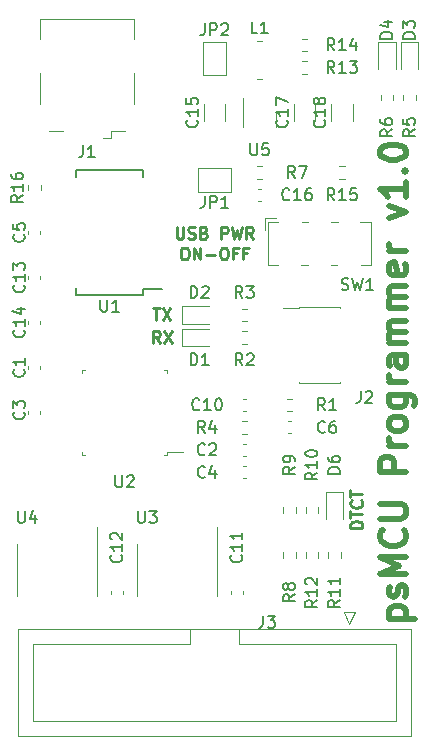
<source format=gbr>
%TF.GenerationSoftware,KiCad,Pcbnew,(5.1.9)-1*%
%TF.CreationDate,2021-05-31T10:48:54+02:00*%
%TF.ProjectId,Programmer,50726f67-7261-46d6-9d65-722e6b696361,v1.0*%
%TF.SameCoordinates,Original*%
%TF.FileFunction,Legend,Top*%
%TF.FilePolarity,Positive*%
%FSLAX46Y46*%
G04 Gerber Fmt 4.6, Leading zero omitted, Abs format (unit mm)*
G04 Created by KiCad (PCBNEW (5.1.9)-1) date 2021-05-31 10:48:54*
%MOMM*%
%LPD*%
G01*
G04 APERTURE LIST*
%ADD10C,0.550000*%
%ADD11C,0.250000*%
%ADD12C,0.120000*%
%ADD13C,0.150000*%
G04 APERTURE END LIST*
D10*
X162088571Y-117799523D02*
X164288571Y-117799523D01*
X162193333Y-117799523D02*
X162088571Y-117590000D01*
X162088571Y-117170952D01*
X162193333Y-116961428D01*
X162298095Y-116856666D01*
X162507619Y-116751904D01*
X163136190Y-116751904D01*
X163345714Y-116856666D01*
X163450476Y-116961428D01*
X163555238Y-117170952D01*
X163555238Y-117590000D01*
X163450476Y-117799523D01*
X163450476Y-115913809D02*
X163555238Y-115704285D01*
X163555238Y-115285238D01*
X163450476Y-115075714D01*
X163240952Y-114970952D01*
X163136190Y-114970952D01*
X162926666Y-115075714D01*
X162821904Y-115285238D01*
X162821904Y-115599523D01*
X162717142Y-115809047D01*
X162507619Y-115913809D01*
X162402857Y-115913809D01*
X162193333Y-115809047D01*
X162088571Y-115599523D01*
X162088571Y-115285238D01*
X162193333Y-115075714D01*
X163555238Y-114028095D02*
X161355238Y-114028095D01*
X162926666Y-113294761D01*
X161355238Y-112561428D01*
X163555238Y-112561428D01*
X163345714Y-110256666D02*
X163450476Y-110361428D01*
X163555238Y-110675714D01*
X163555238Y-110885238D01*
X163450476Y-111199523D01*
X163240952Y-111409047D01*
X163031428Y-111513809D01*
X162612380Y-111618571D01*
X162298095Y-111618571D01*
X161879047Y-111513809D01*
X161669523Y-111409047D01*
X161460000Y-111199523D01*
X161355238Y-110885238D01*
X161355238Y-110675714D01*
X161460000Y-110361428D01*
X161564761Y-110256666D01*
X161355238Y-109313809D02*
X163136190Y-109313809D01*
X163345714Y-109209047D01*
X163450476Y-109104285D01*
X163555238Y-108894761D01*
X163555238Y-108475714D01*
X163450476Y-108266190D01*
X163345714Y-108161428D01*
X163136190Y-108056666D01*
X161355238Y-108056666D01*
X163555238Y-105332857D02*
X161355238Y-105332857D01*
X161355238Y-104494761D01*
X161460000Y-104285238D01*
X161564761Y-104180476D01*
X161774285Y-104075714D01*
X162088571Y-104075714D01*
X162298095Y-104180476D01*
X162402857Y-104285238D01*
X162507619Y-104494761D01*
X162507619Y-105332857D01*
X163555238Y-103132857D02*
X162088571Y-103132857D01*
X162507619Y-103132857D02*
X162298095Y-103028095D01*
X162193333Y-102923333D01*
X162088571Y-102713809D01*
X162088571Y-102504285D01*
X163555238Y-101456666D02*
X163450476Y-101666190D01*
X163345714Y-101770952D01*
X163136190Y-101875714D01*
X162507619Y-101875714D01*
X162298095Y-101770952D01*
X162193333Y-101666190D01*
X162088571Y-101456666D01*
X162088571Y-101142380D01*
X162193333Y-100932857D01*
X162298095Y-100828095D01*
X162507619Y-100723333D01*
X163136190Y-100723333D01*
X163345714Y-100828095D01*
X163450476Y-100932857D01*
X163555238Y-101142380D01*
X163555238Y-101456666D01*
X162088571Y-98837619D02*
X163869523Y-98837619D01*
X164079047Y-98942380D01*
X164183809Y-99047142D01*
X164288571Y-99256666D01*
X164288571Y-99570952D01*
X164183809Y-99780476D01*
X163450476Y-98837619D02*
X163555238Y-99047142D01*
X163555238Y-99466190D01*
X163450476Y-99675714D01*
X163345714Y-99780476D01*
X163136190Y-99885238D01*
X162507619Y-99885238D01*
X162298095Y-99780476D01*
X162193333Y-99675714D01*
X162088571Y-99466190D01*
X162088571Y-99047142D01*
X162193333Y-98837619D01*
X163555238Y-97790000D02*
X162088571Y-97790000D01*
X162507619Y-97790000D02*
X162298095Y-97685238D01*
X162193333Y-97580476D01*
X162088571Y-97370952D01*
X162088571Y-97161428D01*
X163555238Y-95485238D02*
X162402857Y-95485238D01*
X162193333Y-95590000D01*
X162088571Y-95799523D01*
X162088571Y-96218571D01*
X162193333Y-96428095D01*
X163450476Y-95485238D02*
X163555238Y-95694761D01*
X163555238Y-96218571D01*
X163450476Y-96428095D01*
X163240952Y-96532857D01*
X163031428Y-96532857D01*
X162821904Y-96428095D01*
X162717142Y-96218571D01*
X162717142Y-95694761D01*
X162612380Y-95485238D01*
X163555238Y-94437619D02*
X162088571Y-94437619D01*
X162298095Y-94437619D02*
X162193333Y-94332857D01*
X162088571Y-94123333D01*
X162088571Y-93809047D01*
X162193333Y-93599523D01*
X162402857Y-93494761D01*
X163555238Y-93494761D01*
X162402857Y-93494761D02*
X162193333Y-93390000D01*
X162088571Y-93180476D01*
X162088571Y-92866190D01*
X162193333Y-92656666D01*
X162402857Y-92551904D01*
X163555238Y-92551904D01*
X163555238Y-91504285D02*
X162088571Y-91504285D01*
X162298095Y-91504285D02*
X162193333Y-91399523D01*
X162088571Y-91190000D01*
X162088571Y-90875714D01*
X162193333Y-90666190D01*
X162402857Y-90561428D01*
X163555238Y-90561428D01*
X162402857Y-90561428D02*
X162193333Y-90456666D01*
X162088571Y-90247142D01*
X162088571Y-89932857D01*
X162193333Y-89723333D01*
X162402857Y-89618571D01*
X163555238Y-89618571D01*
X163450476Y-87732857D02*
X163555238Y-87942380D01*
X163555238Y-88361428D01*
X163450476Y-88570952D01*
X163240952Y-88675714D01*
X162402857Y-88675714D01*
X162193333Y-88570952D01*
X162088571Y-88361428D01*
X162088571Y-87942380D01*
X162193333Y-87732857D01*
X162402857Y-87628095D01*
X162612380Y-87628095D01*
X162821904Y-88675714D01*
X163555238Y-86685238D02*
X162088571Y-86685238D01*
X162507619Y-86685238D02*
X162298095Y-86580476D01*
X162193333Y-86475714D01*
X162088571Y-86266190D01*
X162088571Y-86056666D01*
X162088571Y-83856666D02*
X163555238Y-83332857D01*
X162088571Y-82809047D01*
X163555238Y-80818571D02*
X163555238Y-82075714D01*
X163555238Y-81447142D02*
X161355238Y-81447142D01*
X161669523Y-81656666D01*
X161879047Y-81866190D01*
X161983809Y-82075714D01*
X163345714Y-79875714D02*
X163450476Y-79770952D01*
X163555238Y-79875714D01*
X163450476Y-79980476D01*
X163345714Y-79875714D01*
X163555238Y-79875714D01*
X161355238Y-78409047D02*
X161355238Y-78199523D01*
X161460000Y-77990000D01*
X161564761Y-77885238D01*
X161774285Y-77780476D01*
X162193333Y-77675714D01*
X162717142Y-77675714D01*
X163136190Y-77780476D01*
X163345714Y-77885238D01*
X163450476Y-77990000D01*
X163555238Y-78199523D01*
X163555238Y-78409047D01*
X163450476Y-78618571D01*
X163345714Y-78723333D01*
X163136190Y-78828095D01*
X162717142Y-78932857D01*
X162193333Y-78932857D01*
X161774285Y-78828095D01*
X161564761Y-78723333D01*
X161460000Y-78618571D01*
X161355238Y-78409047D01*
D11*
X144105714Y-84619880D02*
X144105714Y-85429404D01*
X144153333Y-85524642D01*
X144200952Y-85572261D01*
X144296190Y-85619880D01*
X144486666Y-85619880D01*
X144581904Y-85572261D01*
X144629523Y-85524642D01*
X144677142Y-85429404D01*
X144677142Y-84619880D01*
X145105714Y-85572261D02*
X145248571Y-85619880D01*
X145486666Y-85619880D01*
X145581904Y-85572261D01*
X145629523Y-85524642D01*
X145677142Y-85429404D01*
X145677142Y-85334166D01*
X145629523Y-85238928D01*
X145581904Y-85191309D01*
X145486666Y-85143690D01*
X145296190Y-85096071D01*
X145200952Y-85048452D01*
X145153333Y-85000833D01*
X145105714Y-84905595D01*
X145105714Y-84810357D01*
X145153333Y-84715119D01*
X145200952Y-84667500D01*
X145296190Y-84619880D01*
X145534285Y-84619880D01*
X145677142Y-84667500D01*
X146439047Y-85096071D02*
X146581904Y-85143690D01*
X146629523Y-85191309D01*
X146677142Y-85286547D01*
X146677142Y-85429404D01*
X146629523Y-85524642D01*
X146581904Y-85572261D01*
X146486666Y-85619880D01*
X146105714Y-85619880D01*
X146105714Y-84619880D01*
X146439047Y-84619880D01*
X146534285Y-84667500D01*
X146581904Y-84715119D01*
X146629523Y-84810357D01*
X146629523Y-84905595D01*
X146581904Y-85000833D01*
X146534285Y-85048452D01*
X146439047Y-85096071D01*
X146105714Y-85096071D01*
X147867619Y-85619880D02*
X147867619Y-84619880D01*
X148248571Y-84619880D01*
X148343809Y-84667500D01*
X148391428Y-84715119D01*
X148439047Y-84810357D01*
X148439047Y-84953214D01*
X148391428Y-85048452D01*
X148343809Y-85096071D01*
X148248571Y-85143690D01*
X147867619Y-85143690D01*
X148772380Y-84619880D02*
X149010476Y-85619880D01*
X149200952Y-84905595D01*
X149391428Y-85619880D01*
X149629523Y-84619880D01*
X150581904Y-85619880D02*
X150248571Y-85143690D01*
X150010476Y-85619880D02*
X150010476Y-84619880D01*
X150391428Y-84619880D01*
X150486666Y-84667500D01*
X150534285Y-84715119D01*
X150581904Y-84810357D01*
X150581904Y-84953214D01*
X150534285Y-85048452D01*
X150486666Y-85096071D01*
X150391428Y-85143690D01*
X150010476Y-85143690D01*
X144700952Y-86369880D02*
X144891428Y-86369880D01*
X144986666Y-86417500D01*
X145081904Y-86512738D01*
X145129523Y-86703214D01*
X145129523Y-87036547D01*
X145081904Y-87227023D01*
X144986666Y-87322261D01*
X144891428Y-87369880D01*
X144700952Y-87369880D01*
X144605714Y-87322261D01*
X144510476Y-87227023D01*
X144462857Y-87036547D01*
X144462857Y-86703214D01*
X144510476Y-86512738D01*
X144605714Y-86417500D01*
X144700952Y-86369880D01*
X145558095Y-87369880D02*
X145558095Y-86369880D01*
X146129523Y-87369880D01*
X146129523Y-86369880D01*
X146605714Y-86988928D02*
X147367619Y-86988928D01*
X148034285Y-86369880D02*
X148224761Y-86369880D01*
X148320000Y-86417500D01*
X148415238Y-86512738D01*
X148462857Y-86703214D01*
X148462857Y-87036547D01*
X148415238Y-87227023D01*
X148320000Y-87322261D01*
X148224761Y-87369880D01*
X148034285Y-87369880D01*
X147939047Y-87322261D01*
X147843809Y-87227023D01*
X147796190Y-87036547D01*
X147796190Y-86703214D01*
X147843809Y-86512738D01*
X147939047Y-86417500D01*
X148034285Y-86369880D01*
X149224761Y-86846071D02*
X148891428Y-86846071D01*
X148891428Y-87369880D02*
X148891428Y-86369880D01*
X149367619Y-86369880D01*
X150081904Y-86846071D02*
X149748571Y-86846071D01*
X149748571Y-87369880D02*
X149748571Y-86369880D01*
X150224761Y-86369880D01*
X142708333Y-94432380D02*
X142375000Y-93956190D01*
X142136904Y-94432380D02*
X142136904Y-93432380D01*
X142517857Y-93432380D01*
X142613095Y-93480000D01*
X142660714Y-93527619D01*
X142708333Y-93622857D01*
X142708333Y-93765714D01*
X142660714Y-93860952D01*
X142613095Y-93908571D01*
X142517857Y-93956190D01*
X142136904Y-93956190D01*
X143041666Y-93432380D02*
X143708333Y-94432380D01*
X143708333Y-93432380D02*
X143041666Y-94432380D01*
X142113095Y-91527380D02*
X142684523Y-91527380D01*
X142398809Y-92527380D02*
X142398809Y-91527380D01*
X142922619Y-91527380D02*
X143589285Y-92527380D01*
X143589285Y-91527380D02*
X142922619Y-92527380D01*
X159837380Y-110108809D02*
X158837380Y-110108809D01*
X158837380Y-109870714D01*
X158885000Y-109727857D01*
X158980238Y-109632619D01*
X159075476Y-109585000D01*
X159265952Y-109537380D01*
X159408809Y-109537380D01*
X159599285Y-109585000D01*
X159694523Y-109632619D01*
X159789761Y-109727857D01*
X159837380Y-109870714D01*
X159837380Y-110108809D01*
X158837380Y-109251666D02*
X158837380Y-108680238D01*
X159837380Y-108965952D02*
X158837380Y-108965952D01*
X159742142Y-107775476D02*
X159789761Y-107823095D01*
X159837380Y-107965952D01*
X159837380Y-108061190D01*
X159789761Y-108204047D01*
X159694523Y-108299285D01*
X159599285Y-108346904D01*
X159408809Y-108394523D01*
X159265952Y-108394523D01*
X159075476Y-108346904D01*
X158980238Y-108299285D01*
X158885000Y-108204047D01*
X158837380Y-108061190D01*
X158837380Y-107965952D01*
X158885000Y-107823095D01*
X158932619Y-107775476D01*
X158837380Y-107489761D02*
X158837380Y-106918333D01*
X159837380Y-107204047D02*
X158837380Y-107204047D01*
D12*
%TO.C,C18*%
X159025000Y-75641252D02*
X159025000Y-74218748D01*
X157205000Y-75641252D02*
X157205000Y-74218748D01*
%TO.C,C17*%
X155850000Y-75641252D02*
X155850000Y-74218748D01*
X154030000Y-75641252D02*
X154030000Y-74218748D01*
%TO.C,C15*%
X148230000Y-75641252D02*
X148230000Y-74218748D01*
X146410000Y-75641252D02*
X146410000Y-74218748D01*
%TO.C,R1*%
X153907258Y-99172500D02*
X153432742Y-99172500D01*
X153907258Y-100217500D02*
X153432742Y-100217500D01*
%TO.C,C10*%
X149719420Y-100205000D02*
X150000580Y-100205000D01*
X149719420Y-99185000D02*
X150000580Y-99185000D01*
%TO.C,U2*%
X136390000Y-96720000D02*
X136090000Y-96720000D01*
X136090000Y-96720000D02*
X136090000Y-97020000D01*
X143010000Y-96720000D02*
X143310000Y-96720000D01*
X143310000Y-96720000D02*
X143310000Y-97020000D01*
X136390000Y-103940000D02*
X136090000Y-103940000D01*
X136090000Y-103940000D02*
X136090000Y-103640000D01*
X143010000Y-103940000D02*
X143310000Y-103940000D01*
X143310000Y-103940000D02*
X143310000Y-103640000D01*
X143310000Y-103640000D02*
X144625000Y-103640000D01*
%TO.C,J2*%
X157975000Y-97785000D02*
X157975000Y-97850000D01*
X154445000Y-97785000D02*
X154445000Y-97850000D01*
X157975000Y-91380000D02*
X157975000Y-91445000D01*
X154445000Y-91380000D02*
X154445000Y-91445000D01*
X153120000Y-91445000D02*
X154445000Y-91445000D01*
X154445000Y-97850000D02*
X157975000Y-97850000D01*
X154445000Y-91380000D02*
X157975000Y-91380000D01*
%TO.C,C6*%
X153810580Y-102110000D02*
X153529420Y-102110000D01*
X153810580Y-101090000D02*
X153529420Y-101090000D01*
%TO.C,C4*%
X149719420Y-104900000D02*
X150000580Y-104900000D01*
X149719420Y-105920000D02*
X150000580Y-105920000D01*
%TO.C,C3*%
X132590000Y-100189420D02*
X132590000Y-100470580D01*
X131570000Y-100189420D02*
X131570000Y-100470580D01*
%TO.C,C2*%
X149699420Y-102995000D02*
X149980580Y-102995000D01*
X149699420Y-104015000D02*
X149980580Y-104015000D01*
%TO.C,C1*%
X131570000Y-96660580D02*
X131570000Y-96379420D01*
X132590000Y-96660580D02*
X132590000Y-96379420D01*
%TO.C,U5*%
X152490000Y-74930000D02*
X152490000Y-76180000D01*
X149770000Y-73680000D02*
X149770000Y-76180000D01*
%TO.C,SW1*%
X151860000Y-84180000D02*
X152710000Y-84180000D01*
X154710000Y-84180000D02*
X155240000Y-84180000D01*
X157180000Y-84180000D02*
X157740000Y-84180000D01*
X159680000Y-84180000D02*
X160560000Y-84180000D01*
X160560000Y-84180000D02*
X160560000Y-87880000D01*
X160560000Y-87880000D02*
X159690000Y-87880000D01*
X157730000Y-87880000D02*
X157180000Y-87880000D01*
X155240000Y-87880000D02*
X154680000Y-87880000D01*
X152740000Y-87880000D02*
X151860000Y-87880000D01*
X151860000Y-87880000D02*
X151860000Y-84180000D01*
X151560000Y-84880000D02*
X151560000Y-83880000D01*
X151560000Y-83880000D02*
X152560000Y-83880000D01*
%TO.C,R16*%
X131557500Y-81517258D02*
X131557500Y-81042742D01*
X132602500Y-81517258D02*
X132602500Y-81042742D01*
%TO.C,R15*%
X157877742Y-79487500D02*
X158352258Y-79487500D01*
X157877742Y-80532500D02*
X158352258Y-80532500D01*
%TO.C,R14*%
X154702742Y-68692500D02*
X155177258Y-68692500D01*
X154702742Y-69737500D02*
X155177258Y-69737500D01*
%TO.C,R13*%
X154702742Y-70597500D02*
X155177258Y-70597500D01*
X154702742Y-71642500D02*
X155177258Y-71642500D01*
%TO.C,R7*%
X151367258Y-80532500D02*
X150892742Y-80532500D01*
X151367258Y-79487500D02*
X150892742Y-79487500D01*
%TO.C,L1*%
X150930000Y-68885000D02*
X151330000Y-68885000D01*
X150930000Y-72085000D02*
X151330000Y-72085000D01*
%TO.C,JP2*%
X148320000Y-71795000D02*
X146320000Y-71795000D01*
X148320000Y-68995000D02*
X148320000Y-71795000D01*
X146320000Y-68995000D02*
X148320000Y-68995000D01*
X146320000Y-71795000D02*
X146320000Y-68995000D01*
%TO.C,JP1*%
X145920000Y-81645000D02*
X145920000Y-79645000D01*
X148720000Y-81645000D02*
X145920000Y-81645000D01*
X148720000Y-79645000D02*
X148720000Y-81645000D01*
X145920000Y-79645000D02*
X148720000Y-79645000D01*
%TO.C,C16*%
X150989420Y-81405000D02*
X151270580Y-81405000D01*
X150989420Y-82425000D02*
X151270580Y-82425000D01*
%TO.C,J3*%
X163960000Y-118630000D02*
X163960000Y-127750000D01*
X163960000Y-127750000D02*
X130680000Y-127750000D01*
X130680000Y-127750000D02*
X130680000Y-118630000D01*
X130680000Y-118630000D02*
X163960000Y-118630000D01*
X149370000Y-118630000D02*
X149370000Y-119940000D01*
X149370000Y-119940000D02*
X162660000Y-119940000D01*
X162660000Y-119940000D02*
X162660000Y-126440000D01*
X162660000Y-126440000D02*
X131980000Y-126440000D01*
X131980000Y-126440000D02*
X131980000Y-119940000D01*
X131980000Y-119940000D02*
X145270000Y-119940000D01*
X145270000Y-119940000D02*
X145270000Y-119940000D01*
X145270000Y-119940000D02*
X145270000Y-118630000D01*
X158750000Y-118240000D02*
X159250000Y-117240000D01*
X159250000Y-117240000D02*
X158250000Y-117240000D01*
X158250000Y-117240000D02*
X158750000Y-118240000D01*
%TO.C,C14*%
X131570000Y-92569420D02*
X131570000Y-92850580D01*
X132590000Y-92569420D02*
X132590000Y-92850580D01*
%TO.C,C13*%
X131570000Y-89040580D02*
X131570000Y-88759420D01*
X132590000Y-89040580D02*
X132590000Y-88759420D01*
%TO.C,U4*%
X130600000Y-113665000D02*
X130600000Y-115865000D01*
X130600000Y-113665000D02*
X130600000Y-111465000D01*
X137370000Y-113665000D02*
X137370000Y-115865000D01*
X137370000Y-113665000D02*
X137370000Y-110065000D01*
%TO.C,U3*%
X147530000Y-113665000D02*
X147530000Y-110065000D01*
X147530000Y-113665000D02*
X147530000Y-115865000D01*
X140760000Y-113665000D02*
X140760000Y-111465000D01*
X140760000Y-113665000D02*
X140760000Y-115865000D01*
D13*
%TO.C,U1*%
X141305000Y-90415000D02*
X141305000Y-89840000D01*
X135555000Y-90415000D02*
X135555000Y-89765000D01*
X135555000Y-79765000D02*
X135555000Y-80415000D01*
X141305000Y-79765000D02*
X141305000Y-80415000D01*
X141305000Y-90415000D02*
X135555000Y-90415000D01*
X141305000Y-79765000D02*
X135555000Y-79765000D01*
X141305000Y-89840000D02*
X142905000Y-89840000D01*
D12*
%TO.C,R11*%
X158002500Y-112632258D02*
X158002500Y-112157742D01*
X156957500Y-112632258D02*
X156957500Y-112157742D01*
%TO.C,R10*%
X156097500Y-108822258D02*
X156097500Y-108347742D01*
X155052500Y-108822258D02*
X155052500Y-108347742D01*
%TO.C,R9*%
X154192500Y-108822258D02*
X154192500Y-108347742D01*
X153147500Y-108822258D02*
X153147500Y-108347742D01*
%TO.C,R8*%
X154192500Y-112632258D02*
X154192500Y-112157742D01*
X153147500Y-112632258D02*
X153147500Y-112157742D01*
%TO.C,R6*%
X162447500Y-73897258D02*
X162447500Y-73422742D01*
X161402500Y-73897258D02*
X161402500Y-73422742D01*
%TO.C,R5*%
X164352500Y-73897258D02*
X164352500Y-73422742D01*
X163307500Y-73897258D02*
X163307500Y-73422742D01*
%TO.C,R4*%
X149622742Y-102122500D02*
X150097258Y-102122500D01*
X149622742Y-101077500D02*
X150097258Y-101077500D01*
%TO.C,R3*%
X150097258Y-91552500D02*
X149622742Y-91552500D01*
X150097258Y-92597500D02*
X149622742Y-92597500D01*
%TO.C,R2*%
X150097258Y-93457500D02*
X149622742Y-93457500D01*
X150097258Y-94502500D02*
X149622742Y-94502500D01*
%TO.C,J1*%
X140485000Y-71575000D02*
X140485000Y-74175000D01*
X132565000Y-74175000D02*
X132565000Y-71575000D01*
X139725000Y-76485000D02*
X138575000Y-76485000D01*
X138575000Y-76485000D02*
X138575000Y-77075000D01*
X138575000Y-77075000D02*
X137875000Y-77075000D01*
X134475000Y-76485000D02*
X133325000Y-76485000D01*
X140485000Y-68675000D02*
X140485000Y-67015000D01*
X140485000Y-67015000D02*
X132565000Y-67015000D01*
X132565000Y-67015000D02*
X132565000Y-68675000D01*
%TO.C,D6*%
X156745000Y-107100000D02*
X156745000Y-109385000D01*
X158215000Y-107100000D02*
X156745000Y-107100000D01*
X158215000Y-109385000D02*
X158215000Y-107100000D01*
%TO.C,D4*%
X161190000Y-69000000D02*
X161190000Y-71285000D01*
X162660000Y-69000000D02*
X161190000Y-69000000D01*
X162660000Y-71285000D02*
X162660000Y-69000000D01*
%TO.C,D3*%
X163095000Y-69000000D02*
X163095000Y-71285000D01*
X164565000Y-69000000D02*
X163095000Y-69000000D01*
X164565000Y-71285000D02*
X164565000Y-69000000D01*
%TO.C,D2*%
X144565000Y-92810000D02*
X146850000Y-92810000D01*
X144565000Y-91340000D02*
X144565000Y-92810000D01*
X146850000Y-91340000D02*
X144565000Y-91340000D01*
%TO.C,D1*%
X144565000Y-94715000D02*
X146850000Y-94715000D01*
X144565000Y-93245000D02*
X144565000Y-94715000D01*
X146850000Y-93245000D02*
X144565000Y-93245000D01*
%TO.C,C12*%
X138555000Y-115429420D02*
X138555000Y-115710580D01*
X139575000Y-115429420D02*
X139575000Y-115710580D01*
%TO.C,C11*%
X148715000Y-115429420D02*
X148715000Y-115710580D01*
X149735000Y-115429420D02*
X149735000Y-115710580D01*
%TO.C,C5*%
X131570000Y-84949420D02*
X131570000Y-85230580D01*
X132590000Y-84949420D02*
X132590000Y-85230580D01*
%TO.C,R12*%
X156097500Y-112632258D02*
X156097500Y-112157742D01*
X155052500Y-112632258D02*
X155052500Y-112157742D01*
%TO.C,C18*%
D13*
X156622142Y-75572857D02*
X156669761Y-75620476D01*
X156717380Y-75763333D01*
X156717380Y-75858571D01*
X156669761Y-76001428D01*
X156574523Y-76096666D01*
X156479285Y-76144285D01*
X156288809Y-76191904D01*
X156145952Y-76191904D01*
X155955476Y-76144285D01*
X155860238Y-76096666D01*
X155765000Y-76001428D01*
X155717380Y-75858571D01*
X155717380Y-75763333D01*
X155765000Y-75620476D01*
X155812619Y-75572857D01*
X156717380Y-74620476D02*
X156717380Y-75191904D01*
X156717380Y-74906190D02*
X155717380Y-74906190D01*
X155860238Y-75001428D01*
X155955476Y-75096666D01*
X156003095Y-75191904D01*
X156145952Y-74049047D02*
X156098333Y-74144285D01*
X156050714Y-74191904D01*
X155955476Y-74239523D01*
X155907857Y-74239523D01*
X155812619Y-74191904D01*
X155765000Y-74144285D01*
X155717380Y-74049047D01*
X155717380Y-73858571D01*
X155765000Y-73763333D01*
X155812619Y-73715714D01*
X155907857Y-73668095D01*
X155955476Y-73668095D01*
X156050714Y-73715714D01*
X156098333Y-73763333D01*
X156145952Y-73858571D01*
X156145952Y-74049047D01*
X156193571Y-74144285D01*
X156241190Y-74191904D01*
X156336428Y-74239523D01*
X156526904Y-74239523D01*
X156622142Y-74191904D01*
X156669761Y-74144285D01*
X156717380Y-74049047D01*
X156717380Y-73858571D01*
X156669761Y-73763333D01*
X156622142Y-73715714D01*
X156526904Y-73668095D01*
X156336428Y-73668095D01*
X156241190Y-73715714D01*
X156193571Y-73763333D01*
X156145952Y-73858571D01*
%TO.C,C17*%
X153447142Y-75572857D02*
X153494761Y-75620476D01*
X153542380Y-75763333D01*
X153542380Y-75858571D01*
X153494761Y-76001428D01*
X153399523Y-76096666D01*
X153304285Y-76144285D01*
X153113809Y-76191904D01*
X152970952Y-76191904D01*
X152780476Y-76144285D01*
X152685238Y-76096666D01*
X152590000Y-76001428D01*
X152542380Y-75858571D01*
X152542380Y-75763333D01*
X152590000Y-75620476D01*
X152637619Y-75572857D01*
X153542380Y-74620476D02*
X153542380Y-75191904D01*
X153542380Y-74906190D02*
X152542380Y-74906190D01*
X152685238Y-75001428D01*
X152780476Y-75096666D01*
X152828095Y-75191904D01*
X152542380Y-74287142D02*
X152542380Y-73620476D01*
X153542380Y-74049047D01*
%TO.C,C15*%
X145827142Y-75572857D02*
X145874761Y-75620476D01*
X145922380Y-75763333D01*
X145922380Y-75858571D01*
X145874761Y-76001428D01*
X145779523Y-76096666D01*
X145684285Y-76144285D01*
X145493809Y-76191904D01*
X145350952Y-76191904D01*
X145160476Y-76144285D01*
X145065238Y-76096666D01*
X144970000Y-76001428D01*
X144922380Y-75858571D01*
X144922380Y-75763333D01*
X144970000Y-75620476D01*
X145017619Y-75572857D01*
X145922380Y-74620476D02*
X145922380Y-75191904D01*
X145922380Y-74906190D02*
X144922380Y-74906190D01*
X145065238Y-75001428D01*
X145160476Y-75096666D01*
X145208095Y-75191904D01*
X144922380Y-73715714D02*
X144922380Y-74191904D01*
X145398571Y-74239523D01*
X145350952Y-74191904D01*
X145303333Y-74096666D01*
X145303333Y-73858571D01*
X145350952Y-73763333D01*
X145398571Y-73715714D01*
X145493809Y-73668095D01*
X145731904Y-73668095D01*
X145827142Y-73715714D01*
X145874761Y-73763333D01*
X145922380Y-73858571D01*
X145922380Y-74096666D01*
X145874761Y-74191904D01*
X145827142Y-74239523D01*
%TO.C,R1*%
X156678333Y-100147380D02*
X156345000Y-99671190D01*
X156106904Y-100147380D02*
X156106904Y-99147380D01*
X156487857Y-99147380D01*
X156583095Y-99195000D01*
X156630714Y-99242619D01*
X156678333Y-99337857D01*
X156678333Y-99480714D01*
X156630714Y-99575952D01*
X156583095Y-99623571D01*
X156487857Y-99671190D01*
X156106904Y-99671190D01*
X157630714Y-100147380D02*
X157059285Y-100147380D01*
X157345000Y-100147380D02*
X157345000Y-99147380D01*
X157249761Y-99290238D01*
X157154523Y-99385476D01*
X157059285Y-99433095D01*
%TO.C,C10*%
X146042142Y-100052142D02*
X145994523Y-100099761D01*
X145851666Y-100147380D01*
X145756428Y-100147380D01*
X145613571Y-100099761D01*
X145518333Y-100004523D01*
X145470714Y-99909285D01*
X145423095Y-99718809D01*
X145423095Y-99575952D01*
X145470714Y-99385476D01*
X145518333Y-99290238D01*
X145613571Y-99195000D01*
X145756428Y-99147380D01*
X145851666Y-99147380D01*
X145994523Y-99195000D01*
X146042142Y-99242619D01*
X146994523Y-100147380D02*
X146423095Y-100147380D01*
X146708809Y-100147380D02*
X146708809Y-99147380D01*
X146613571Y-99290238D01*
X146518333Y-99385476D01*
X146423095Y-99433095D01*
X147613571Y-99147380D02*
X147708809Y-99147380D01*
X147804047Y-99195000D01*
X147851666Y-99242619D01*
X147899285Y-99337857D01*
X147946904Y-99528333D01*
X147946904Y-99766428D01*
X147899285Y-99956904D01*
X147851666Y-100052142D01*
X147804047Y-100099761D01*
X147708809Y-100147380D01*
X147613571Y-100147380D01*
X147518333Y-100099761D01*
X147470714Y-100052142D01*
X147423095Y-99956904D01*
X147375476Y-99766428D01*
X147375476Y-99528333D01*
X147423095Y-99337857D01*
X147470714Y-99242619D01*
X147518333Y-99195000D01*
X147613571Y-99147380D01*
%TO.C,U2*%
X138938095Y-105662380D02*
X138938095Y-106471904D01*
X138985714Y-106567142D01*
X139033333Y-106614761D01*
X139128571Y-106662380D01*
X139319047Y-106662380D01*
X139414285Y-106614761D01*
X139461904Y-106567142D01*
X139509523Y-106471904D01*
X139509523Y-105662380D01*
X139938095Y-105757619D02*
X139985714Y-105710000D01*
X140080952Y-105662380D01*
X140319047Y-105662380D01*
X140414285Y-105710000D01*
X140461904Y-105757619D01*
X140509523Y-105852857D01*
X140509523Y-105948095D01*
X140461904Y-106090952D01*
X139890476Y-106662380D01*
X140509523Y-106662380D01*
%TO.C,J2*%
X159686666Y-98512380D02*
X159686666Y-99226666D01*
X159639047Y-99369523D01*
X159543809Y-99464761D01*
X159400952Y-99512380D01*
X159305714Y-99512380D01*
X160115238Y-98607619D02*
X160162857Y-98560000D01*
X160258095Y-98512380D01*
X160496190Y-98512380D01*
X160591428Y-98560000D01*
X160639047Y-98607619D01*
X160686666Y-98702857D01*
X160686666Y-98798095D01*
X160639047Y-98940952D01*
X160067619Y-99512380D01*
X160686666Y-99512380D01*
%TO.C,C6*%
X156678333Y-101957142D02*
X156630714Y-102004761D01*
X156487857Y-102052380D01*
X156392619Y-102052380D01*
X156249761Y-102004761D01*
X156154523Y-101909523D01*
X156106904Y-101814285D01*
X156059285Y-101623809D01*
X156059285Y-101480952D01*
X156106904Y-101290476D01*
X156154523Y-101195238D01*
X156249761Y-101100000D01*
X156392619Y-101052380D01*
X156487857Y-101052380D01*
X156630714Y-101100000D01*
X156678333Y-101147619D01*
X157535476Y-101052380D02*
X157345000Y-101052380D01*
X157249761Y-101100000D01*
X157202142Y-101147619D01*
X157106904Y-101290476D01*
X157059285Y-101480952D01*
X157059285Y-101861904D01*
X157106904Y-101957142D01*
X157154523Y-102004761D01*
X157249761Y-102052380D01*
X157440238Y-102052380D01*
X157535476Y-102004761D01*
X157583095Y-101957142D01*
X157630714Y-101861904D01*
X157630714Y-101623809D01*
X157583095Y-101528571D01*
X157535476Y-101480952D01*
X157440238Y-101433333D01*
X157249761Y-101433333D01*
X157154523Y-101480952D01*
X157106904Y-101528571D01*
X157059285Y-101623809D01*
%TO.C,C4*%
X146518333Y-105767142D02*
X146470714Y-105814761D01*
X146327857Y-105862380D01*
X146232619Y-105862380D01*
X146089761Y-105814761D01*
X145994523Y-105719523D01*
X145946904Y-105624285D01*
X145899285Y-105433809D01*
X145899285Y-105290952D01*
X145946904Y-105100476D01*
X145994523Y-105005238D01*
X146089761Y-104910000D01*
X146232619Y-104862380D01*
X146327857Y-104862380D01*
X146470714Y-104910000D01*
X146518333Y-104957619D01*
X147375476Y-105195714D02*
X147375476Y-105862380D01*
X147137380Y-104814761D02*
X146899285Y-105529047D01*
X147518333Y-105529047D01*
%TO.C,C3*%
X131167142Y-100296666D02*
X131214761Y-100344285D01*
X131262380Y-100487142D01*
X131262380Y-100582380D01*
X131214761Y-100725238D01*
X131119523Y-100820476D01*
X131024285Y-100868095D01*
X130833809Y-100915714D01*
X130690952Y-100915714D01*
X130500476Y-100868095D01*
X130405238Y-100820476D01*
X130310000Y-100725238D01*
X130262380Y-100582380D01*
X130262380Y-100487142D01*
X130310000Y-100344285D01*
X130357619Y-100296666D01*
X130262380Y-99963333D02*
X130262380Y-99344285D01*
X130643333Y-99677619D01*
X130643333Y-99534761D01*
X130690952Y-99439523D01*
X130738571Y-99391904D01*
X130833809Y-99344285D01*
X131071904Y-99344285D01*
X131167142Y-99391904D01*
X131214761Y-99439523D01*
X131262380Y-99534761D01*
X131262380Y-99820476D01*
X131214761Y-99915714D01*
X131167142Y-99963333D01*
%TO.C,C2*%
X146518333Y-103862142D02*
X146470714Y-103909761D01*
X146327857Y-103957380D01*
X146232619Y-103957380D01*
X146089761Y-103909761D01*
X145994523Y-103814523D01*
X145946904Y-103719285D01*
X145899285Y-103528809D01*
X145899285Y-103385952D01*
X145946904Y-103195476D01*
X145994523Y-103100238D01*
X146089761Y-103005000D01*
X146232619Y-102957380D01*
X146327857Y-102957380D01*
X146470714Y-103005000D01*
X146518333Y-103052619D01*
X146899285Y-103052619D02*
X146946904Y-103005000D01*
X147042142Y-102957380D01*
X147280238Y-102957380D01*
X147375476Y-103005000D01*
X147423095Y-103052619D01*
X147470714Y-103147857D01*
X147470714Y-103243095D01*
X147423095Y-103385952D01*
X146851666Y-103957380D01*
X147470714Y-103957380D01*
%TO.C,C1*%
X131167142Y-96686666D02*
X131214761Y-96734285D01*
X131262380Y-96877142D01*
X131262380Y-96972380D01*
X131214761Y-97115238D01*
X131119523Y-97210476D01*
X131024285Y-97258095D01*
X130833809Y-97305714D01*
X130690952Y-97305714D01*
X130500476Y-97258095D01*
X130405238Y-97210476D01*
X130310000Y-97115238D01*
X130262380Y-96972380D01*
X130262380Y-96877142D01*
X130310000Y-96734285D01*
X130357619Y-96686666D01*
X131262380Y-95734285D02*
X131262380Y-96305714D01*
X131262380Y-96020000D02*
X130262380Y-96020000D01*
X130405238Y-96115238D01*
X130500476Y-96210476D01*
X130548095Y-96305714D01*
%TO.C,U5*%
X150368095Y-77557380D02*
X150368095Y-78366904D01*
X150415714Y-78462142D01*
X150463333Y-78509761D01*
X150558571Y-78557380D01*
X150749047Y-78557380D01*
X150844285Y-78509761D01*
X150891904Y-78462142D01*
X150939523Y-78366904D01*
X150939523Y-77557380D01*
X151891904Y-77557380D02*
X151415714Y-77557380D01*
X151368095Y-78033571D01*
X151415714Y-77985952D01*
X151510952Y-77938333D01*
X151749047Y-77938333D01*
X151844285Y-77985952D01*
X151891904Y-78033571D01*
X151939523Y-78128809D01*
X151939523Y-78366904D01*
X151891904Y-78462142D01*
X151844285Y-78509761D01*
X151749047Y-78557380D01*
X151510952Y-78557380D01*
X151415714Y-78509761D01*
X151368095Y-78462142D01*
%TO.C,SW1*%
X158091666Y-89914761D02*
X158234523Y-89962380D01*
X158472619Y-89962380D01*
X158567857Y-89914761D01*
X158615476Y-89867142D01*
X158663095Y-89771904D01*
X158663095Y-89676666D01*
X158615476Y-89581428D01*
X158567857Y-89533809D01*
X158472619Y-89486190D01*
X158282142Y-89438571D01*
X158186904Y-89390952D01*
X158139285Y-89343333D01*
X158091666Y-89248095D01*
X158091666Y-89152857D01*
X158139285Y-89057619D01*
X158186904Y-89010000D01*
X158282142Y-88962380D01*
X158520238Y-88962380D01*
X158663095Y-89010000D01*
X158996428Y-88962380D02*
X159234523Y-89962380D01*
X159425000Y-89248095D01*
X159615476Y-89962380D01*
X159853571Y-88962380D01*
X160758333Y-89962380D02*
X160186904Y-89962380D01*
X160472619Y-89962380D02*
X160472619Y-88962380D01*
X160377380Y-89105238D01*
X160282142Y-89200476D01*
X160186904Y-89248095D01*
%TO.C,R16*%
X131102380Y-81922857D02*
X130626190Y-82256190D01*
X131102380Y-82494285D02*
X130102380Y-82494285D01*
X130102380Y-82113333D01*
X130150000Y-82018095D01*
X130197619Y-81970476D01*
X130292857Y-81922857D01*
X130435714Y-81922857D01*
X130530952Y-81970476D01*
X130578571Y-82018095D01*
X130626190Y-82113333D01*
X130626190Y-82494285D01*
X131102380Y-80970476D02*
X131102380Y-81541904D01*
X131102380Y-81256190D02*
X130102380Y-81256190D01*
X130245238Y-81351428D01*
X130340476Y-81446666D01*
X130388095Y-81541904D01*
X130102380Y-80113333D02*
X130102380Y-80303809D01*
X130150000Y-80399047D01*
X130197619Y-80446666D01*
X130340476Y-80541904D01*
X130530952Y-80589523D01*
X130911904Y-80589523D01*
X131007142Y-80541904D01*
X131054761Y-80494285D01*
X131102380Y-80399047D01*
X131102380Y-80208571D01*
X131054761Y-80113333D01*
X131007142Y-80065714D01*
X130911904Y-80018095D01*
X130673809Y-80018095D01*
X130578571Y-80065714D01*
X130530952Y-80113333D01*
X130483333Y-80208571D01*
X130483333Y-80399047D01*
X130530952Y-80494285D01*
X130578571Y-80541904D01*
X130673809Y-80589523D01*
%TO.C,R15*%
X157472142Y-82367380D02*
X157138809Y-81891190D01*
X156900714Y-82367380D02*
X156900714Y-81367380D01*
X157281666Y-81367380D01*
X157376904Y-81415000D01*
X157424523Y-81462619D01*
X157472142Y-81557857D01*
X157472142Y-81700714D01*
X157424523Y-81795952D01*
X157376904Y-81843571D01*
X157281666Y-81891190D01*
X156900714Y-81891190D01*
X158424523Y-82367380D02*
X157853095Y-82367380D01*
X158138809Y-82367380D02*
X158138809Y-81367380D01*
X158043571Y-81510238D01*
X157948333Y-81605476D01*
X157853095Y-81653095D01*
X159329285Y-81367380D02*
X158853095Y-81367380D01*
X158805476Y-81843571D01*
X158853095Y-81795952D01*
X158948333Y-81748333D01*
X159186428Y-81748333D01*
X159281666Y-81795952D01*
X159329285Y-81843571D01*
X159376904Y-81938809D01*
X159376904Y-82176904D01*
X159329285Y-82272142D01*
X159281666Y-82319761D01*
X159186428Y-82367380D01*
X158948333Y-82367380D01*
X158853095Y-82319761D01*
X158805476Y-82272142D01*
%TO.C,R14*%
X157472142Y-69667380D02*
X157138809Y-69191190D01*
X156900714Y-69667380D02*
X156900714Y-68667380D01*
X157281666Y-68667380D01*
X157376904Y-68715000D01*
X157424523Y-68762619D01*
X157472142Y-68857857D01*
X157472142Y-69000714D01*
X157424523Y-69095952D01*
X157376904Y-69143571D01*
X157281666Y-69191190D01*
X156900714Y-69191190D01*
X158424523Y-69667380D02*
X157853095Y-69667380D01*
X158138809Y-69667380D02*
X158138809Y-68667380D01*
X158043571Y-68810238D01*
X157948333Y-68905476D01*
X157853095Y-68953095D01*
X159281666Y-69000714D02*
X159281666Y-69667380D01*
X159043571Y-68619761D02*
X158805476Y-69334047D01*
X159424523Y-69334047D01*
%TO.C,R13*%
X157472142Y-71572380D02*
X157138809Y-71096190D01*
X156900714Y-71572380D02*
X156900714Y-70572380D01*
X157281666Y-70572380D01*
X157376904Y-70620000D01*
X157424523Y-70667619D01*
X157472142Y-70762857D01*
X157472142Y-70905714D01*
X157424523Y-71000952D01*
X157376904Y-71048571D01*
X157281666Y-71096190D01*
X156900714Y-71096190D01*
X158424523Y-71572380D02*
X157853095Y-71572380D01*
X158138809Y-71572380D02*
X158138809Y-70572380D01*
X158043571Y-70715238D01*
X157948333Y-70810476D01*
X157853095Y-70858095D01*
X158757857Y-70572380D02*
X159376904Y-70572380D01*
X159043571Y-70953333D01*
X159186428Y-70953333D01*
X159281666Y-71000952D01*
X159329285Y-71048571D01*
X159376904Y-71143809D01*
X159376904Y-71381904D01*
X159329285Y-71477142D01*
X159281666Y-71524761D01*
X159186428Y-71572380D01*
X158900714Y-71572380D01*
X158805476Y-71524761D01*
X158757857Y-71477142D01*
%TO.C,R7*%
X154138333Y-80462380D02*
X153805000Y-79986190D01*
X153566904Y-80462380D02*
X153566904Y-79462380D01*
X153947857Y-79462380D01*
X154043095Y-79510000D01*
X154090714Y-79557619D01*
X154138333Y-79652857D01*
X154138333Y-79795714D01*
X154090714Y-79890952D01*
X154043095Y-79938571D01*
X153947857Y-79986190D01*
X153566904Y-79986190D01*
X154471666Y-79462380D02*
X155138333Y-79462380D01*
X154709761Y-80462380D01*
%TO.C,L1*%
X150963333Y-68237380D02*
X150487142Y-68237380D01*
X150487142Y-67237380D01*
X151820476Y-68237380D02*
X151249047Y-68237380D01*
X151534761Y-68237380D02*
X151534761Y-67237380D01*
X151439523Y-67380238D01*
X151344285Y-67475476D01*
X151249047Y-67523095D01*
%TO.C,JP2*%
X146486666Y-67397380D02*
X146486666Y-68111666D01*
X146439047Y-68254523D01*
X146343809Y-68349761D01*
X146200952Y-68397380D01*
X146105714Y-68397380D01*
X146962857Y-68397380D02*
X146962857Y-67397380D01*
X147343809Y-67397380D01*
X147439047Y-67445000D01*
X147486666Y-67492619D01*
X147534285Y-67587857D01*
X147534285Y-67730714D01*
X147486666Y-67825952D01*
X147439047Y-67873571D01*
X147343809Y-67921190D01*
X146962857Y-67921190D01*
X147915238Y-67492619D02*
X147962857Y-67445000D01*
X148058095Y-67397380D01*
X148296190Y-67397380D01*
X148391428Y-67445000D01*
X148439047Y-67492619D01*
X148486666Y-67587857D01*
X148486666Y-67683095D01*
X148439047Y-67825952D01*
X147867619Y-68397380D01*
X148486666Y-68397380D01*
%TO.C,JP1*%
X146486666Y-82002380D02*
X146486666Y-82716666D01*
X146439047Y-82859523D01*
X146343809Y-82954761D01*
X146200952Y-83002380D01*
X146105714Y-83002380D01*
X146962857Y-83002380D02*
X146962857Y-82002380D01*
X147343809Y-82002380D01*
X147439047Y-82050000D01*
X147486666Y-82097619D01*
X147534285Y-82192857D01*
X147534285Y-82335714D01*
X147486666Y-82430952D01*
X147439047Y-82478571D01*
X147343809Y-82526190D01*
X146962857Y-82526190D01*
X148486666Y-83002380D02*
X147915238Y-83002380D01*
X148200952Y-83002380D02*
X148200952Y-82002380D01*
X148105714Y-82145238D01*
X148010476Y-82240476D01*
X147915238Y-82288095D01*
%TO.C,C16*%
X153662142Y-82272142D02*
X153614523Y-82319761D01*
X153471666Y-82367380D01*
X153376428Y-82367380D01*
X153233571Y-82319761D01*
X153138333Y-82224523D01*
X153090714Y-82129285D01*
X153043095Y-81938809D01*
X153043095Y-81795952D01*
X153090714Y-81605476D01*
X153138333Y-81510238D01*
X153233571Y-81415000D01*
X153376428Y-81367380D01*
X153471666Y-81367380D01*
X153614523Y-81415000D01*
X153662142Y-81462619D01*
X154614523Y-82367380D02*
X154043095Y-82367380D01*
X154328809Y-82367380D02*
X154328809Y-81367380D01*
X154233571Y-81510238D01*
X154138333Y-81605476D01*
X154043095Y-81653095D01*
X155471666Y-81367380D02*
X155281190Y-81367380D01*
X155185952Y-81415000D01*
X155138333Y-81462619D01*
X155043095Y-81605476D01*
X154995476Y-81795952D01*
X154995476Y-82176904D01*
X155043095Y-82272142D01*
X155090714Y-82319761D01*
X155185952Y-82367380D01*
X155376428Y-82367380D01*
X155471666Y-82319761D01*
X155519285Y-82272142D01*
X155566904Y-82176904D01*
X155566904Y-81938809D01*
X155519285Y-81843571D01*
X155471666Y-81795952D01*
X155376428Y-81748333D01*
X155185952Y-81748333D01*
X155090714Y-81795952D01*
X155043095Y-81843571D01*
X154995476Y-81938809D01*
%TO.C,J3*%
X151431666Y-117562380D02*
X151431666Y-118276666D01*
X151384047Y-118419523D01*
X151288809Y-118514761D01*
X151145952Y-118562380D01*
X151050714Y-118562380D01*
X151812619Y-117562380D02*
X152431666Y-117562380D01*
X152098333Y-117943333D01*
X152241190Y-117943333D01*
X152336428Y-117990952D01*
X152384047Y-118038571D01*
X152431666Y-118133809D01*
X152431666Y-118371904D01*
X152384047Y-118467142D01*
X152336428Y-118514761D01*
X152241190Y-118562380D01*
X151955476Y-118562380D01*
X151860238Y-118514761D01*
X151812619Y-118467142D01*
%TO.C,C14*%
X131167142Y-93352857D02*
X131214761Y-93400476D01*
X131262380Y-93543333D01*
X131262380Y-93638571D01*
X131214761Y-93781428D01*
X131119523Y-93876666D01*
X131024285Y-93924285D01*
X130833809Y-93971904D01*
X130690952Y-93971904D01*
X130500476Y-93924285D01*
X130405238Y-93876666D01*
X130310000Y-93781428D01*
X130262380Y-93638571D01*
X130262380Y-93543333D01*
X130310000Y-93400476D01*
X130357619Y-93352857D01*
X131262380Y-92400476D02*
X131262380Y-92971904D01*
X131262380Y-92686190D02*
X130262380Y-92686190D01*
X130405238Y-92781428D01*
X130500476Y-92876666D01*
X130548095Y-92971904D01*
X130595714Y-91543333D02*
X131262380Y-91543333D01*
X130214761Y-91781428D02*
X130929047Y-92019523D01*
X130929047Y-91400476D01*
%TO.C,C13*%
X131167142Y-89542857D02*
X131214761Y-89590476D01*
X131262380Y-89733333D01*
X131262380Y-89828571D01*
X131214761Y-89971428D01*
X131119523Y-90066666D01*
X131024285Y-90114285D01*
X130833809Y-90161904D01*
X130690952Y-90161904D01*
X130500476Y-90114285D01*
X130405238Y-90066666D01*
X130310000Y-89971428D01*
X130262380Y-89828571D01*
X130262380Y-89733333D01*
X130310000Y-89590476D01*
X130357619Y-89542857D01*
X131262380Y-88590476D02*
X131262380Y-89161904D01*
X131262380Y-88876190D02*
X130262380Y-88876190D01*
X130405238Y-88971428D01*
X130500476Y-89066666D01*
X130548095Y-89161904D01*
X130262380Y-88257142D02*
X130262380Y-87638095D01*
X130643333Y-87971428D01*
X130643333Y-87828571D01*
X130690952Y-87733333D01*
X130738571Y-87685714D01*
X130833809Y-87638095D01*
X131071904Y-87638095D01*
X131167142Y-87685714D01*
X131214761Y-87733333D01*
X131262380Y-87828571D01*
X131262380Y-88114285D01*
X131214761Y-88209523D01*
X131167142Y-88257142D01*
%TO.C,U4*%
X130683095Y-108672380D02*
X130683095Y-109481904D01*
X130730714Y-109577142D01*
X130778333Y-109624761D01*
X130873571Y-109672380D01*
X131064047Y-109672380D01*
X131159285Y-109624761D01*
X131206904Y-109577142D01*
X131254523Y-109481904D01*
X131254523Y-108672380D01*
X132159285Y-109005714D02*
X132159285Y-109672380D01*
X131921190Y-108624761D02*
X131683095Y-109339047D01*
X132302142Y-109339047D01*
%TO.C,U3*%
X140843095Y-108672380D02*
X140843095Y-109481904D01*
X140890714Y-109577142D01*
X140938333Y-109624761D01*
X141033571Y-109672380D01*
X141224047Y-109672380D01*
X141319285Y-109624761D01*
X141366904Y-109577142D01*
X141414523Y-109481904D01*
X141414523Y-108672380D01*
X141795476Y-108672380D02*
X142414523Y-108672380D01*
X142081190Y-109053333D01*
X142224047Y-109053333D01*
X142319285Y-109100952D01*
X142366904Y-109148571D01*
X142414523Y-109243809D01*
X142414523Y-109481904D01*
X142366904Y-109577142D01*
X142319285Y-109624761D01*
X142224047Y-109672380D01*
X141938333Y-109672380D01*
X141843095Y-109624761D01*
X141795476Y-109577142D01*
%TO.C,U1*%
X137668095Y-90792380D02*
X137668095Y-91601904D01*
X137715714Y-91697142D01*
X137763333Y-91744761D01*
X137858571Y-91792380D01*
X138049047Y-91792380D01*
X138144285Y-91744761D01*
X138191904Y-91697142D01*
X138239523Y-91601904D01*
X138239523Y-90792380D01*
X139239523Y-91792380D02*
X138668095Y-91792380D01*
X138953809Y-91792380D02*
X138953809Y-90792380D01*
X138858571Y-90935238D01*
X138763333Y-91030476D01*
X138668095Y-91078095D01*
%TO.C,R11*%
X157932380Y-116212857D02*
X157456190Y-116546190D01*
X157932380Y-116784285D02*
X156932380Y-116784285D01*
X156932380Y-116403333D01*
X156980000Y-116308095D01*
X157027619Y-116260476D01*
X157122857Y-116212857D01*
X157265714Y-116212857D01*
X157360952Y-116260476D01*
X157408571Y-116308095D01*
X157456190Y-116403333D01*
X157456190Y-116784285D01*
X157932380Y-115260476D02*
X157932380Y-115831904D01*
X157932380Y-115546190D02*
X156932380Y-115546190D01*
X157075238Y-115641428D01*
X157170476Y-115736666D01*
X157218095Y-115831904D01*
X157932380Y-114308095D02*
X157932380Y-114879523D01*
X157932380Y-114593809D02*
X156932380Y-114593809D01*
X157075238Y-114689047D01*
X157170476Y-114784285D01*
X157218095Y-114879523D01*
%TO.C,R10*%
X156027380Y-105417857D02*
X155551190Y-105751190D01*
X156027380Y-105989285D02*
X155027380Y-105989285D01*
X155027380Y-105608333D01*
X155075000Y-105513095D01*
X155122619Y-105465476D01*
X155217857Y-105417857D01*
X155360714Y-105417857D01*
X155455952Y-105465476D01*
X155503571Y-105513095D01*
X155551190Y-105608333D01*
X155551190Y-105989285D01*
X156027380Y-104465476D02*
X156027380Y-105036904D01*
X156027380Y-104751190D02*
X155027380Y-104751190D01*
X155170238Y-104846428D01*
X155265476Y-104941666D01*
X155313095Y-105036904D01*
X155027380Y-103846428D02*
X155027380Y-103751190D01*
X155075000Y-103655952D01*
X155122619Y-103608333D01*
X155217857Y-103560714D01*
X155408333Y-103513095D01*
X155646428Y-103513095D01*
X155836904Y-103560714D01*
X155932142Y-103608333D01*
X155979761Y-103655952D01*
X156027380Y-103751190D01*
X156027380Y-103846428D01*
X155979761Y-103941666D01*
X155932142Y-103989285D01*
X155836904Y-104036904D01*
X155646428Y-104084523D01*
X155408333Y-104084523D01*
X155217857Y-104036904D01*
X155122619Y-103989285D01*
X155075000Y-103941666D01*
X155027380Y-103846428D01*
%TO.C,R9*%
X154122380Y-104941666D02*
X153646190Y-105275000D01*
X154122380Y-105513095D02*
X153122380Y-105513095D01*
X153122380Y-105132142D01*
X153170000Y-105036904D01*
X153217619Y-104989285D01*
X153312857Y-104941666D01*
X153455714Y-104941666D01*
X153550952Y-104989285D01*
X153598571Y-105036904D01*
X153646190Y-105132142D01*
X153646190Y-105513095D01*
X154122380Y-104465476D02*
X154122380Y-104275000D01*
X154074761Y-104179761D01*
X154027142Y-104132142D01*
X153884285Y-104036904D01*
X153693809Y-103989285D01*
X153312857Y-103989285D01*
X153217619Y-104036904D01*
X153170000Y-104084523D01*
X153122380Y-104179761D01*
X153122380Y-104370238D01*
X153170000Y-104465476D01*
X153217619Y-104513095D01*
X153312857Y-104560714D01*
X153550952Y-104560714D01*
X153646190Y-104513095D01*
X153693809Y-104465476D01*
X153741428Y-104370238D01*
X153741428Y-104179761D01*
X153693809Y-104084523D01*
X153646190Y-104036904D01*
X153550952Y-103989285D01*
%TO.C,R8*%
X154122380Y-115736666D02*
X153646190Y-116070000D01*
X154122380Y-116308095D02*
X153122380Y-116308095D01*
X153122380Y-115927142D01*
X153170000Y-115831904D01*
X153217619Y-115784285D01*
X153312857Y-115736666D01*
X153455714Y-115736666D01*
X153550952Y-115784285D01*
X153598571Y-115831904D01*
X153646190Y-115927142D01*
X153646190Y-116308095D01*
X153550952Y-115165238D02*
X153503333Y-115260476D01*
X153455714Y-115308095D01*
X153360476Y-115355714D01*
X153312857Y-115355714D01*
X153217619Y-115308095D01*
X153170000Y-115260476D01*
X153122380Y-115165238D01*
X153122380Y-114974761D01*
X153170000Y-114879523D01*
X153217619Y-114831904D01*
X153312857Y-114784285D01*
X153360476Y-114784285D01*
X153455714Y-114831904D01*
X153503333Y-114879523D01*
X153550952Y-114974761D01*
X153550952Y-115165238D01*
X153598571Y-115260476D01*
X153646190Y-115308095D01*
X153741428Y-115355714D01*
X153931904Y-115355714D01*
X154027142Y-115308095D01*
X154074761Y-115260476D01*
X154122380Y-115165238D01*
X154122380Y-114974761D01*
X154074761Y-114879523D01*
X154027142Y-114831904D01*
X153931904Y-114784285D01*
X153741428Y-114784285D01*
X153646190Y-114831904D01*
X153598571Y-114879523D01*
X153550952Y-114974761D01*
%TO.C,R6*%
X162377380Y-76366666D02*
X161901190Y-76700000D01*
X162377380Y-76938095D02*
X161377380Y-76938095D01*
X161377380Y-76557142D01*
X161425000Y-76461904D01*
X161472619Y-76414285D01*
X161567857Y-76366666D01*
X161710714Y-76366666D01*
X161805952Y-76414285D01*
X161853571Y-76461904D01*
X161901190Y-76557142D01*
X161901190Y-76938095D01*
X161377380Y-75509523D02*
X161377380Y-75700000D01*
X161425000Y-75795238D01*
X161472619Y-75842857D01*
X161615476Y-75938095D01*
X161805952Y-75985714D01*
X162186904Y-75985714D01*
X162282142Y-75938095D01*
X162329761Y-75890476D01*
X162377380Y-75795238D01*
X162377380Y-75604761D01*
X162329761Y-75509523D01*
X162282142Y-75461904D01*
X162186904Y-75414285D01*
X161948809Y-75414285D01*
X161853571Y-75461904D01*
X161805952Y-75509523D01*
X161758333Y-75604761D01*
X161758333Y-75795238D01*
X161805952Y-75890476D01*
X161853571Y-75938095D01*
X161948809Y-75985714D01*
%TO.C,R5*%
X164282380Y-76366666D02*
X163806190Y-76700000D01*
X164282380Y-76938095D02*
X163282380Y-76938095D01*
X163282380Y-76557142D01*
X163330000Y-76461904D01*
X163377619Y-76414285D01*
X163472857Y-76366666D01*
X163615714Y-76366666D01*
X163710952Y-76414285D01*
X163758571Y-76461904D01*
X163806190Y-76557142D01*
X163806190Y-76938095D01*
X163282380Y-75461904D02*
X163282380Y-75938095D01*
X163758571Y-75985714D01*
X163710952Y-75938095D01*
X163663333Y-75842857D01*
X163663333Y-75604761D01*
X163710952Y-75509523D01*
X163758571Y-75461904D01*
X163853809Y-75414285D01*
X164091904Y-75414285D01*
X164187142Y-75461904D01*
X164234761Y-75509523D01*
X164282380Y-75604761D01*
X164282380Y-75842857D01*
X164234761Y-75938095D01*
X164187142Y-75985714D01*
%TO.C,R4*%
X146518333Y-102052380D02*
X146185000Y-101576190D01*
X145946904Y-102052380D02*
X145946904Y-101052380D01*
X146327857Y-101052380D01*
X146423095Y-101100000D01*
X146470714Y-101147619D01*
X146518333Y-101242857D01*
X146518333Y-101385714D01*
X146470714Y-101480952D01*
X146423095Y-101528571D01*
X146327857Y-101576190D01*
X145946904Y-101576190D01*
X147375476Y-101385714D02*
X147375476Y-102052380D01*
X147137380Y-101004761D02*
X146899285Y-101719047D01*
X147518333Y-101719047D01*
%TO.C,R3*%
X149693333Y-90622380D02*
X149360000Y-90146190D01*
X149121904Y-90622380D02*
X149121904Y-89622380D01*
X149502857Y-89622380D01*
X149598095Y-89670000D01*
X149645714Y-89717619D01*
X149693333Y-89812857D01*
X149693333Y-89955714D01*
X149645714Y-90050952D01*
X149598095Y-90098571D01*
X149502857Y-90146190D01*
X149121904Y-90146190D01*
X150026666Y-89622380D02*
X150645714Y-89622380D01*
X150312380Y-90003333D01*
X150455238Y-90003333D01*
X150550476Y-90050952D01*
X150598095Y-90098571D01*
X150645714Y-90193809D01*
X150645714Y-90431904D01*
X150598095Y-90527142D01*
X150550476Y-90574761D01*
X150455238Y-90622380D01*
X150169523Y-90622380D01*
X150074285Y-90574761D01*
X150026666Y-90527142D01*
%TO.C,R2*%
X149693333Y-96337380D02*
X149360000Y-95861190D01*
X149121904Y-96337380D02*
X149121904Y-95337380D01*
X149502857Y-95337380D01*
X149598095Y-95385000D01*
X149645714Y-95432619D01*
X149693333Y-95527857D01*
X149693333Y-95670714D01*
X149645714Y-95765952D01*
X149598095Y-95813571D01*
X149502857Y-95861190D01*
X149121904Y-95861190D01*
X150074285Y-95432619D02*
X150121904Y-95385000D01*
X150217142Y-95337380D01*
X150455238Y-95337380D01*
X150550476Y-95385000D01*
X150598095Y-95432619D01*
X150645714Y-95527857D01*
X150645714Y-95623095D01*
X150598095Y-95765952D01*
X150026666Y-96337380D01*
X150645714Y-96337380D01*
%TO.C,J1*%
X136191666Y-77727380D02*
X136191666Y-78441666D01*
X136144047Y-78584523D01*
X136048809Y-78679761D01*
X135905952Y-78727380D01*
X135810714Y-78727380D01*
X137191666Y-78727380D02*
X136620238Y-78727380D01*
X136905952Y-78727380D02*
X136905952Y-77727380D01*
X136810714Y-77870238D01*
X136715476Y-77965476D01*
X136620238Y-78013095D01*
%TO.C,D6*%
X157932380Y-105513095D02*
X156932380Y-105513095D01*
X156932380Y-105275000D01*
X156980000Y-105132142D01*
X157075238Y-105036904D01*
X157170476Y-104989285D01*
X157360952Y-104941666D01*
X157503809Y-104941666D01*
X157694285Y-104989285D01*
X157789523Y-105036904D01*
X157884761Y-105132142D01*
X157932380Y-105275000D01*
X157932380Y-105513095D01*
X156932380Y-104084523D02*
X156932380Y-104275000D01*
X156980000Y-104370238D01*
X157027619Y-104417857D01*
X157170476Y-104513095D01*
X157360952Y-104560714D01*
X157741904Y-104560714D01*
X157837142Y-104513095D01*
X157884761Y-104465476D01*
X157932380Y-104370238D01*
X157932380Y-104179761D01*
X157884761Y-104084523D01*
X157837142Y-104036904D01*
X157741904Y-103989285D01*
X157503809Y-103989285D01*
X157408571Y-104036904D01*
X157360952Y-104084523D01*
X157313333Y-104179761D01*
X157313333Y-104370238D01*
X157360952Y-104465476D01*
X157408571Y-104513095D01*
X157503809Y-104560714D01*
%TO.C,D4*%
X162377380Y-68683095D02*
X161377380Y-68683095D01*
X161377380Y-68445000D01*
X161425000Y-68302142D01*
X161520238Y-68206904D01*
X161615476Y-68159285D01*
X161805952Y-68111666D01*
X161948809Y-68111666D01*
X162139285Y-68159285D01*
X162234523Y-68206904D01*
X162329761Y-68302142D01*
X162377380Y-68445000D01*
X162377380Y-68683095D01*
X161710714Y-67254523D02*
X162377380Y-67254523D01*
X161329761Y-67492619D02*
X162044047Y-67730714D01*
X162044047Y-67111666D01*
%TO.C,D3*%
X164282380Y-68683095D02*
X163282380Y-68683095D01*
X163282380Y-68445000D01*
X163330000Y-68302142D01*
X163425238Y-68206904D01*
X163520476Y-68159285D01*
X163710952Y-68111666D01*
X163853809Y-68111666D01*
X164044285Y-68159285D01*
X164139523Y-68206904D01*
X164234761Y-68302142D01*
X164282380Y-68445000D01*
X164282380Y-68683095D01*
X163282380Y-67778333D02*
X163282380Y-67159285D01*
X163663333Y-67492619D01*
X163663333Y-67349761D01*
X163710952Y-67254523D01*
X163758571Y-67206904D01*
X163853809Y-67159285D01*
X164091904Y-67159285D01*
X164187142Y-67206904D01*
X164234761Y-67254523D01*
X164282380Y-67349761D01*
X164282380Y-67635476D01*
X164234761Y-67730714D01*
X164187142Y-67778333D01*
%TO.C,D2*%
X145311904Y-90622380D02*
X145311904Y-89622380D01*
X145550000Y-89622380D01*
X145692857Y-89670000D01*
X145788095Y-89765238D01*
X145835714Y-89860476D01*
X145883333Y-90050952D01*
X145883333Y-90193809D01*
X145835714Y-90384285D01*
X145788095Y-90479523D01*
X145692857Y-90574761D01*
X145550000Y-90622380D01*
X145311904Y-90622380D01*
X146264285Y-89717619D02*
X146311904Y-89670000D01*
X146407142Y-89622380D01*
X146645238Y-89622380D01*
X146740476Y-89670000D01*
X146788095Y-89717619D01*
X146835714Y-89812857D01*
X146835714Y-89908095D01*
X146788095Y-90050952D01*
X146216666Y-90622380D01*
X146835714Y-90622380D01*
%TO.C,D1*%
X145311904Y-96337380D02*
X145311904Y-95337380D01*
X145550000Y-95337380D01*
X145692857Y-95385000D01*
X145788095Y-95480238D01*
X145835714Y-95575476D01*
X145883333Y-95765952D01*
X145883333Y-95908809D01*
X145835714Y-96099285D01*
X145788095Y-96194523D01*
X145692857Y-96289761D01*
X145550000Y-96337380D01*
X145311904Y-96337380D01*
X146835714Y-96337380D02*
X146264285Y-96337380D01*
X146550000Y-96337380D02*
X146550000Y-95337380D01*
X146454761Y-95480238D01*
X146359523Y-95575476D01*
X146264285Y-95623095D01*
%TO.C,C12*%
X139422142Y-112402857D02*
X139469761Y-112450476D01*
X139517380Y-112593333D01*
X139517380Y-112688571D01*
X139469761Y-112831428D01*
X139374523Y-112926666D01*
X139279285Y-112974285D01*
X139088809Y-113021904D01*
X138945952Y-113021904D01*
X138755476Y-112974285D01*
X138660238Y-112926666D01*
X138565000Y-112831428D01*
X138517380Y-112688571D01*
X138517380Y-112593333D01*
X138565000Y-112450476D01*
X138612619Y-112402857D01*
X139517380Y-111450476D02*
X139517380Y-112021904D01*
X139517380Y-111736190D02*
X138517380Y-111736190D01*
X138660238Y-111831428D01*
X138755476Y-111926666D01*
X138803095Y-112021904D01*
X138612619Y-111069523D02*
X138565000Y-111021904D01*
X138517380Y-110926666D01*
X138517380Y-110688571D01*
X138565000Y-110593333D01*
X138612619Y-110545714D01*
X138707857Y-110498095D01*
X138803095Y-110498095D01*
X138945952Y-110545714D01*
X139517380Y-111117142D01*
X139517380Y-110498095D01*
%TO.C,C11*%
X149582142Y-112402857D02*
X149629761Y-112450476D01*
X149677380Y-112593333D01*
X149677380Y-112688571D01*
X149629761Y-112831428D01*
X149534523Y-112926666D01*
X149439285Y-112974285D01*
X149248809Y-113021904D01*
X149105952Y-113021904D01*
X148915476Y-112974285D01*
X148820238Y-112926666D01*
X148725000Y-112831428D01*
X148677380Y-112688571D01*
X148677380Y-112593333D01*
X148725000Y-112450476D01*
X148772619Y-112402857D01*
X149677380Y-111450476D02*
X149677380Y-112021904D01*
X149677380Y-111736190D02*
X148677380Y-111736190D01*
X148820238Y-111831428D01*
X148915476Y-111926666D01*
X148963095Y-112021904D01*
X149677380Y-110498095D02*
X149677380Y-111069523D01*
X149677380Y-110783809D02*
X148677380Y-110783809D01*
X148820238Y-110879047D01*
X148915476Y-110974285D01*
X148963095Y-111069523D01*
%TO.C,C5*%
X131167142Y-85256666D02*
X131214761Y-85304285D01*
X131262380Y-85447142D01*
X131262380Y-85542380D01*
X131214761Y-85685238D01*
X131119523Y-85780476D01*
X131024285Y-85828095D01*
X130833809Y-85875714D01*
X130690952Y-85875714D01*
X130500476Y-85828095D01*
X130405238Y-85780476D01*
X130310000Y-85685238D01*
X130262380Y-85542380D01*
X130262380Y-85447142D01*
X130310000Y-85304285D01*
X130357619Y-85256666D01*
X130262380Y-84351904D02*
X130262380Y-84828095D01*
X130738571Y-84875714D01*
X130690952Y-84828095D01*
X130643333Y-84732857D01*
X130643333Y-84494761D01*
X130690952Y-84399523D01*
X130738571Y-84351904D01*
X130833809Y-84304285D01*
X131071904Y-84304285D01*
X131167142Y-84351904D01*
X131214761Y-84399523D01*
X131262380Y-84494761D01*
X131262380Y-84732857D01*
X131214761Y-84828095D01*
X131167142Y-84875714D01*
%TO.C,R12*%
X156027380Y-116212857D02*
X155551190Y-116546190D01*
X156027380Y-116784285D02*
X155027380Y-116784285D01*
X155027380Y-116403333D01*
X155075000Y-116308095D01*
X155122619Y-116260476D01*
X155217857Y-116212857D01*
X155360714Y-116212857D01*
X155455952Y-116260476D01*
X155503571Y-116308095D01*
X155551190Y-116403333D01*
X155551190Y-116784285D01*
X156027380Y-115260476D02*
X156027380Y-115831904D01*
X156027380Y-115546190D02*
X155027380Y-115546190D01*
X155170238Y-115641428D01*
X155265476Y-115736666D01*
X155313095Y-115831904D01*
X155122619Y-114879523D02*
X155075000Y-114831904D01*
X155027380Y-114736666D01*
X155027380Y-114498571D01*
X155075000Y-114403333D01*
X155122619Y-114355714D01*
X155217857Y-114308095D01*
X155313095Y-114308095D01*
X155455952Y-114355714D01*
X156027380Y-114927142D01*
X156027380Y-114308095D01*
%TD*%
M02*

</source>
